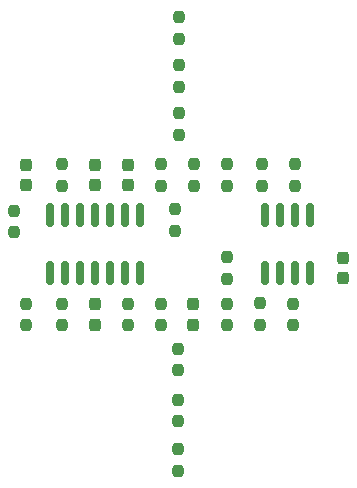
<source format=gbr>
%TF.GenerationSoftware,KiCad,Pcbnew,(6.0.9-0)*%
%TF.CreationDate,2024-03-23T11:29:48+01:00*%
%TF.ProjectId,attenuverters,61747465-6e75-4766-9572-746572732e6b,rev?*%
%TF.SameCoordinates,Original*%
%TF.FileFunction,Paste,Top*%
%TF.FilePolarity,Positive*%
%FSLAX46Y46*%
G04 Gerber Fmt 4.6, Leading zero omitted, Abs format (unit mm)*
G04 Created by KiCad (PCBNEW (6.0.9-0)) date 2024-03-23 11:29:48*
%MOMM*%
%LPD*%
G01*
G04 APERTURE LIST*
G04 Aperture macros list*
%AMRoundRect*
0 Rectangle with rounded corners*
0 $1 Rounding radius*
0 $2 $3 $4 $5 $6 $7 $8 $9 X,Y pos of 4 corners*
0 Add a 4 corners polygon primitive as box body*
4,1,4,$2,$3,$4,$5,$6,$7,$8,$9,$2,$3,0*
0 Add four circle primitives for the rounded corners*
1,1,$1+$1,$2,$3*
1,1,$1+$1,$4,$5*
1,1,$1+$1,$6,$7*
1,1,$1+$1,$8,$9*
0 Add four rect primitives between the rounded corners*
20,1,$1+$1,$2,$3,$4,$5,0*
20,1,$1+$1,$4,$5,$6,$7,0*
20,1,$1+$1,$6,$7,$8,$9,0*
20,1,$1+$1,$8,$9,$2,$3,0*%
G04 Aperture macros list end*
%ADD10RoundRect,0.237500X-0.237500X0.250000X-0.237500X-0.250000X0.237500X-0.250000X0.237500X0.250000X0*%
%ADD11RoundRect,0.237500X0.237500X-0.250000X0.237500X0.250000X-0.237500X0.250000X-0.237500X-0.250000X0*%
%ADD12RoundRect,0.237500X0.237500X-0.300000X0.237500X0.300000X-0.237500X0.300000X-0.237500X-0.300000X0*%
%ADD13RoundRect,0.237500X-0.237500X0.300000X-0.237500X-0.300000X0.237500X-0.300000X0.237500X0.300000X0*%
%ADD14RoundRect,0.150000X-0.150000X0.825000X-0.150000X-0.825000X0.150000X-0.825000X0.150000X0.825000X0*%
G04 APERTURE END LIST*
D10*
%TO.C,R11*%
X20447000Y-42394500D03*
X20447000Y-44219500D03*
%TD*%
%TO.C,R5*%
X20574000Y-10009500D03*
X20574000Y-11834500D03*
%TD*%
D11*
%TO.C,R2*%
X7620000Y-36091500D03*
X7620000Y-34266500D03*
%TD*%
D10*
%TO.C,R18*%
X24638000Y-22455500D03*
X24638000Y-24280500D03*
%TD*%
D12*
%TO.C,C4*%
X21717000Y-36041500D03*
X21717000Y-34316500D03*
%TD*%
D10*
%TO.C,R20*%
X24638000Y-30329500D03*
X24638000Y-32154500D03*
%TD*%
D11*
%TO.C,R21*%
X27559000Y-24280500D03*
X27559000Y-22455500D03*
%TD*%
D10*
%TO.C,R22*%
X27432000Y-34243000D03*
X27432000Y-36068000D03*
%TD*%
D13*
%TO.C,C1*%
X16256000Y-22505500D03*
X16256000Y-24230500D03*
%TD*%
D11*
%TO.C,R9*%
X20574000Y-19962500D03*
X20574000Y-18137500D03*
%TD*%
D12*
%TO.C,C2*%
X13462000Y-36041500D03*
X13462000Y-34316500D03*
%TD*%
D11*
%TO.C,R6*%
X20574000Y-15898500D03*
X20574000Y-14073500D03*
%TD*%
%TO.C,R15*%
X6604000Y-28241000D03*
X6604000Y-26416000D03*
%TD*%
%TO.C,R10*%
X20193000Y-28090500D03*
X20193000Y-26265500D03*
%TD*%
D10*
%TO.C,R1*%
X21844000Y-22455500D03*
X21844000Y-24280500D03*
%TD*%
D11*
%TO.C,R13*%
X10668000Y-24280500D03*
X10668000Y-22455500D03*
%TD*%
%TO.C,R7*%
X20447000Y-39901500D03*
X20447000Y-38076500D03*
%TD*%
D13*
%TO.C,C3*%
X7620000Y-22505500D03*
X7620000Y-24230500D03*
%TD*%
D12*
%TO.C,C6*%
X34417000Y-32131000D03*
X34417000Y-30406000D03*
%TD*%
D11*
%TO.C,R3*%
X19050000Y-24280500D03*
X19050000Y-22455500D03*
%TD*%
D14*
%TO.C,U2*%
X31623000Y-26735000D03*
X30353000Y-26735000D03*
X29083000Y-26735000D03*
X27813000Y-26735000D03*
X27813000Y-31685000D03*
X29083000Y-31685000D03*
X30353000Y-31685000D03*
X31623000Y-31685000D03*
%TD*%
D12*
%TO.C,C5*%
X13462000Y-24230500D03*
X13462000Y-22505500D03*
%TD*%
D11*
%TO.C,R16*%
X24638000Y-36091500D03*
X24638000Y-34266500D03*
%TD*%
D10*
%TO.C,R14*%
X19050000Y-34266500D03*
X19050000Y-36091500D03*
%TD*%
%TO.C,R8*%
X20447000Y-46585500D03*
X20447000Y-48410500D03*
%TD*%
%TO.C,R19*%
X30226000Y-34266500D03*
X30226000Y-36091500D03*
%TD*%
D11*
%TO.C,R12*%
X16256000Y-36115000D03*
X16256000Y-34290000D03*
%TD*%
%TO.C,R17*%
X30353000Y-24280500D03*
X30353000Y-22455500D03*
%TD*%
D10*
%TO.C,R4*%
X10668000Y-34266500D03*
X10668000Y-36091500D03*
%TD*%
D14*
%TO.C,U1*%
X17272000Y-26735000D03*
X16002000Y-26735000D03*
X14732000Y-26735000D03*
X13462000Y-26735000D03*
X12192000Y-26735000D03*
X10922000Y-26735000D03*
X9652000Y-26735000D03*
X9652000Y-31685000D03*
X10922000Y-31685000D03*
X12192000Y-31685000D03*
X13462000Y-31685000D03*
X14732000Y-31685000D03*
X16002000Y-31685000D03*
X17272000Y-31685000D03*
%TD*%
M02*

</source>
